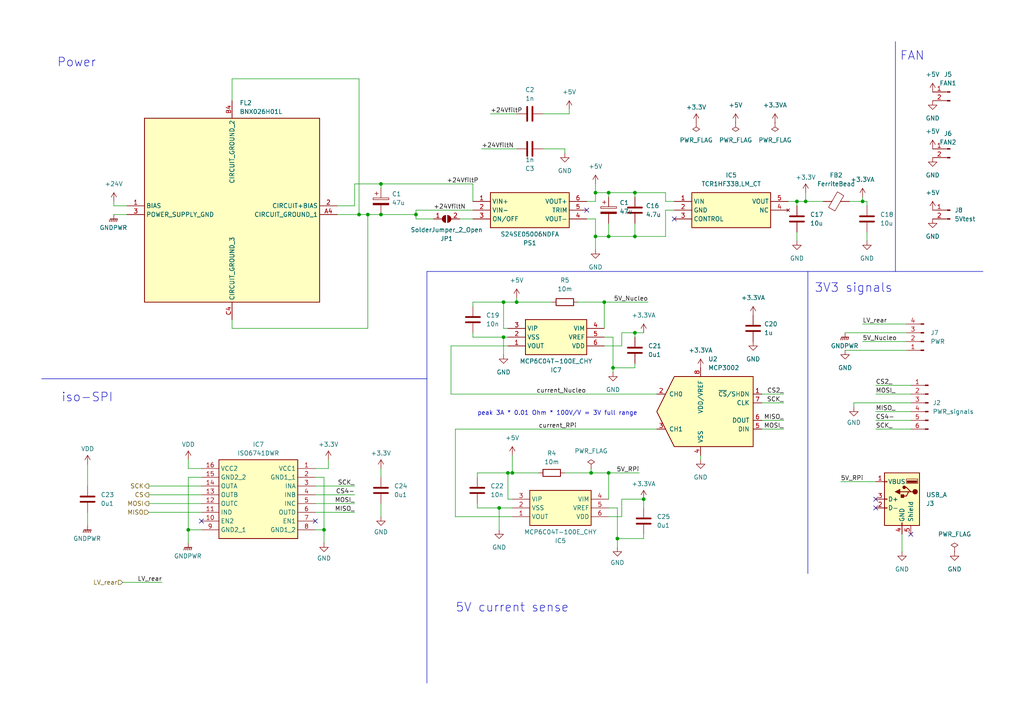
<source format=kicad_sch>
(kicad_sch (version 20230121) (generator eeschema)
  (paper "A4")
  (title_block (title "EP5 rearbox powerboard") (date "2024-03-20") (rev "1") (company "NTURacing") (comment 1 "郭哲明") (comment 2 "Electrical group"))
  (lib_symbols
    (symbol "Analog_ADC:MCP3002" (pin_names (offset 1.016))
      (property "Reference" "U" (at -6.35 11.43 0))
      (property "Value" "MCP3002" (at 11.43 11.43 0))
      (symbol "MCP3002_0_1"
        (polyline (pts (xy 15.24 10.16) (xy -7.62 10.16) (xy -12.7 0) (xy -7.62 -10.16) (xy 15.24 -10.16) (xy 15.24 10.16)) (stroke (width 0.254)) (fill (type background)))
      )
      (symbol "MCP3002_1_1"
        (pin input line (at 17.78 5.08 180) (length 2.54) (name "~{CS}/SHDN") (number "1"))
        (pin passive line (at -12.7 5.08 0) (length 2.54) (name "CH0") (number "2"))
        (pin passive line (at -12.7 -5.08 0) (length 2.54) (name "CH1") (number "3"))
        (pin power_in line (at 0 -12.7 90) (length 2.54) (name "VSS") (number "4"))
        (pin input line (at 17.78 -5.08 180) (length 2.54) (name "DIN") (number "5"))
        (pin output line (at 17.78 -2.54 180) (length 2.54) (name "DOUT") (number "6"))
        (pin input line (at 17.78 2.54 180) (length 2.54) (name "CLK") (number "7"))
        (pin power_in line (at 0 12.7 270) (length 2.54) (name "VDD/VREF") (number "8"))
      )
    )
    (symbol "Connector:Conn_01x02_Pin" (pin_names (offset 1.016) hide)
      (property "Reference" "J" (at 0 2.54 0))
      (property "Value" "Conn_01x02_Pin" (at 0 -5.08 0))
      (symbol "Conn_01x02_Pin_1_1"
        (polyline (pts (xy 1.27 -2.54) (xy 0.8636 -2.54)) (stroke (width 0.1524)))
        (polyline (pts (xy 1.27 0) (xy 0.8636 0)) (stroke (width 0.1524)))
        (rectangle (start 0.8636 -2.413) (end 0 -2.667) (stroke (width 0.1524)) (fill (type outline)))
        (rectangle (start 0.8636 0.127) (end 0 -0.127) (stroke (width 0.1524)) (fill (type outline)))
        (pin passive line (at 5.08 0 180) (length 3.81) (name "Pin_1") (number "1"))
        (pin passive line (at 5.08 -2.54 180) (length 3.81) (name "Pin_2") (number "2"))
      )
    )
    (symbol "Connector:Conn_01x04_Pin" (pin_names (offset 1.016) hide)
      (property "Reference" "J" (at 0 5.08 0))
      (property "Value" "Conn_01x04_Pin" (at 0 -7.62 0))
      (symbol "Conn_01x04_Pin_1_1"
        (polyline (pts (xy 1.27 -5.08) (xy 0.8636 -5.08)) (stroke (width 0.1524)))
        (polyline (pts (xy 1.27 -2.54) (xy 0.8636 -2.54)) (stroke (width 0.1524)))
        (polyline (pts (xy 1.27 0) (xy 0.8636 0)) (stroke (width 0.1524)))
        (polyline (pts (xy 1.27 2.54) (xy 0.8636 2.54)) (stroke (width 0.1524)))
        (rectangle (start 0.8636 -4.953) (end 0 -5.207) (stroke (width 0.1524)) (fill (type outline)))
        (rectangle (start 0.8636 -2.413) (end 0 -2.667) (stroke (width 0.1524)) (fill (type outline)))
        (rectangle (start 0.8636 0.127) (end 0 -0.127) (stroke (width 0.1524)) (fill (type outline)))
        (rectangle (start 0.8636 2.667) (end 0 2.413) (stroke (width 0.1524)) (fill (type outline)))
        (pin passive line (at 5.08 2.54 180) (length 3.81) (name "Pin_1") (number "1"))
        (pin passive line (at 5.08 0 180) (length 3.81) (name "Pin_2") (number "2"))
        (pin passive line (at 5.08 -2.54 180) (length 3.81) (name "Pin_3") (number "3"))
        (pin passive line (at 5.08 -5.08 180) (length 3.81) (name "Pin_4") (number "4"))
      )
    )
    (symbol "Connector:Conn_01x06_Pin" (pin_names (offset 1.016) hide)
      (property "Reference" "J" (at 0 7.62 0))
      (property "Value" "Conn_01x06_Pin" (at 0 -10.16 0))
      (symbol "Conn_01x06_Pin_1_1"
        (polyline (pts (xy 1.27 -7.62) (xy 0.8636 -7.62)) (stroke (width 0.1524)))
        (polyline (pts (xy 1.27 -5.08) (xy 0.8636 -5.08)) (stroke (width 0.1524)))
        (polyline (pts (xy 1.27 -2.54) (xy 0.8636 -2.54)) (stroke (width 0.1524)))
        (polyline (pts (xy 1.27 0) (xy 0.8636 0)) (stroke (width 0.1524)))
        (polyline (pts (xy 1.27 2.54) (xy 0.8636 2.54)) (stroke (width 0.1524)))
        (polyline (pts (xy 1.27 5.08) (xy 0.8636 5.08)) (stroke (width 0.1524)))
        (rectangle (start 0.8636 -7.493) (end 0 -7.747) (stroke (width 0.1524)) (fill (type outline)))
        (rectangle (start 0.8636 -4.953) (end 0 -5.207) (stroke (width 0.1524)) (fill (type outline)))
        (rectangle (start 0.8636 -2.413) (end 0 -2.667) (stroke (width 0.1524)) (fill (type outline)))
        (rectangle (start 0.8636 0.127) (end 0 -0.127) (stroke (width 0.1524)) (fill (type outline)))
        (rectangle (start 0.8636 2.667) (end 0 2.413) (stroke (width 0.1524)) (fill (type outline)))
        (rectangle (start 0.8636 5.207) (end 0 4.953) (stroke (width 0.1524)) (fill (type outline)))
        (pin passive line (at 5.08 5.08 180) (length 3.81) (name "Pin_1") (number "1"))
        (pin passive line (at 5.08 2.54 180) (length 3.81) (name "Pin_2") (number "2"))
        (pin passive line (at 5.08 0 180) (length 3.81) (name "Pin_3") (number "3"))
        (pin passive line (at 5.08 -2.54 180) (length 3.81) (name "Pin_4") (number "4"))
        (pin passive line (at 5.08 -5.08 180) (length 3.81) (name "Pin_5") (number "5"))
        (pin passive line (at 5.08 -7.62 180) (length 3.81) (name "Pin_6") (number "6"))
      )
    )
    (symbol "Connector:USB_A" (pin_names (offset 1.016))
      (property "Reference" "J" (at -5.08 11.43 0))
      (property "Value" "USB_A" (at -5.08 8.89 0))
      (symbol "USB_A_0_1"
        (rectangle (start -5.08 -7.62) (end 5.08 7.62) (stroke (width 0.254)) (fill (type background)))
        (circle (center -3.81 2.159) (radius 0.635) (stroke (width 0.254)) (fill (type outline)))
        (rectangle (start -1.524 4.826) (end -4.318 5.334) (fill (type outline)))
        (rectangle (start -1.27 4.572) (end -4.572 5.842))
        (circle (center -0.635 3.429) (radius 0.381) (stroke (width 0.254)) (fill (type outline)))
        (rectangle (start -0.127 -7.62) (end 0.127 -6.858))
        (polyline (pts (xy -3.175 2.159) (xy -2.54 2.159) (xy -1.27 3.429) (xy -0.635 3.429)) (stroke (width 0.254)))
        (polyline (pts (xy -2.54 2.159) (xy -1.905 2.159) (xy -1.27 0.889) (xy 0 0.889)) (stroke (width 0.254)))
        (polyline (pts (xy 0.635 2.794) (xy 0.635 1.524) (xy 1.905 2.159) (xy 0.635 2.794)) (stroke (width 0.254)) (fill (type outline)))
        (rectangle (start 0.254 1.27) (end -0.508 0.508) (stroke (width 0.254)) (fill (type outline)))
        (rectangle (start 5.08 -2.667) (end 4.318 -2.413))
        (rectangle (start 5.08 -0.127) (end 4.318 0.127))
        (rectangle (start 5.08 4.953) (end 4.318 5.207))
      )
      (symbol "USB_A_1_1"
        (polyline (pts (xy -1.905 2.159) (xy 0.635 2.159)) (stroke (width 0.254)))
        (pin power_in line (at 7.62 5.08 180) (length 2.54) (name "VBUS") (number "1"))
        (pin bidirectional line (at 7.62 -2.54 180) (length 2.54) (name "D-") (number "2"))
        (pin bidirectional line (at 7.62 0 180) (length 2.54) (name "D+") (number "3"))
        (pin power_in line (at 0 -10.16 90) (length 2.54) (name "GND") (number "4"))
        (pin passive line (at -2.54 -10.16 90) (length 2.54) (name "Shield") (number "5"))
      )
    )
    (symbol "Device:C" (pin_numbers hide) (pin_names (offset 0.254))
      (property "Reference" "C" (at 0.635 2.54 0))
      (property "Value" "C" (at 0.635 -2.54 0))
      (symbol "C_0_1"
        (polyline (pts (xy -2.032 -0.762) (xy 2.032 -0.762)) (stroke (width 0.508)))
        (polyline (pts (xy -2.032 0.762) (xy 2.032 0.762)) (stroke (width 0.508)))
      )
      (symbol "C_1_1"
        (pin passive line (at 0 3.81 270) (length 2.794) (name "~") (number "1"))
        (pin passive line (at 0 -3.81 90) (length 2.794) (name "~") (number "2"))
      )
    )
    (symbol "Device:C_Polarized" (pin_numbers hide) (pin_names (offset 0.254))
      (property "Reference" "C" (at 0.635 2.54 0))
      (property "Value" "C_Polarized" (at 0.635 -2.54 0))
      (symbol "C_Polarized_0_1"
        (rectangle (start -2.286 0.508) (end 2.286 1.016))
        (polyline (pts (xy -1.778 2.286) (xy -0.762 2.286)))
        (polyline (pts (xy -1.27 2.794) (xy -1.27 1.778)))
        (rectangle (start 2.286 -0.508) (end -2.286 -1.016) (fill (type outline)))
      )
      (symbol "C_Polarized_1_1"
        (pin passive line (at 0 3.81 270) (length 2.794) (name "~") (number "1"))
        (pin passive line (at 0 -3.81 90) (length 2.794) (name "~") (number "2"))
      )
    )
    (symbol "Device:FerriteBead" (pin_numbers hide) (pin_names (offset 0))
      (property "Reference" "FB" (at -3.81 0.635 90))
      (property "Value" "FerriteBead" (at 3.81 0 90))
      (symbol "FerriteBead_0_1"
        (polyline (pts (xy 0 -1.27) (xy 0 -1.2192)))
        (polyline (pts (xy 0 1.27) (xy 0 1.2954)))
        (polyline (pts (xy -2.7686 0.4064) (xy -1.7018 2.2606) (xy 2.7686 -0.3048) (xy 1.6764 -2.159) (xy -2.7686 0.4064)))
      )
      (symbol "FerriteBead_1_1"
        (pin passive line (at 0 3.81 270) (length 2.54) (name "~") (number "1"))
        (pin passive line (at 0 -3.81 90) (length 2.54) (name "~") (number "2"))
      )
    )
    (symbol "Device:R" (pin_numbers hide) (pin_names (offset 0))
      (property "Reference" "R" (at 2.032 0 90))
      (property "Value" "R" (at 0 0 90))
      (symbol "R_0_1"
        (rectangle (start -1.016 -2.54) (end 1.016 2.54) (stroke (width 0.254)))
      )
      (symbol "R_1_1"
        (pin passive line (at 0 3.81 270) (length 1.27) (name "~") (number "1"))
        (pin passive line (at 0 -3.81 90) (length 1.27) (name "~") (number "2"))
      )
    )
    (symbol "Jumper:SolderJumper_2_Open" (pin_names (offset 0) hide)
      (property "Reference" "JP" (at 0 2.032 0))
      (property "Value" "SolderJumper_2_Open" (at 0 -2.54 0))
      (symbol "SolderJumper_2_Open_0_1"
        (arc (start -0.254 1.016) (mid -1.2656 0) (end -0.254 -1.016))
        (arc (start -0.254 1.016) (mid -1.2656 0) (end -0.254 -1.016) (fill (type outline)))
        (polyline (pts (xy -0.254 1.016) (xy -0.254 -1.016)))
        (polyline (pts (xy 0.254 1.016) (xy 0.254 -1.016)))
        (arc (start 0.254 -1.016) (mid 1.2656 0) (end 0.254 1.016))
        (arc (start 0.254 -1.016) (mid 1.2656 0) (end 0.254 1.016) (fill (type outline)))
      )
      (symbol "SolderJumper_2_Open_1_1"
        (pin passive line (at -3.81 0 0) (length 2.54) (name "A") (number "1"))
        (pin passive line (at 3.81 0 180) (length 2.54) (name "B") (number "2"))
      )
    )
    (symbol "SamacSys_Parts:BNX026H01L"
      (property "Reference" "FL" (at 57.15 30.48 0))
      (property "Value" "BNX026H01L" (at 57.15 27.94 0))
      (symbol "BNX026H01L_1_1"
        (rectangle (start 5.08 25.4) (end 55.88 -27.94) (stroke (width 0.254)) (fill (type background)))
        (pin passive line (at 0 0 0) (length 5.08) (name "BIAS") (number "1"))
        (pin passive line (at 60.96 0 180) (length 5.08) (name "CIRCUIT+BIAS") (number "2"))
        (pin passive line (at 0 -2.54 0) (length 5.08) (name "POWER_SUPPLY_GND") (number "3"))
        (pin passive line (at 60.96 -2.54 180) (length 5.08) (name "CIRCUIT_GROUND_1") (number "A4"))
        (pin passive line (at 30.48 30.48 270) (length 5.08) (name "CIRCUIT_GROUND_2") (number "B4"))
        (pin passive line (at 30.48 -33.02 90) (length 5.08) (name "CIRCUIT_GROUND_3") (number "C4"))
      )
    )
    (symbol "SamacSys_Parts:ISO6741DWR"
      (property "Reference" "IC" (at 29.21 7.62 0))
      (property "Value" "ISO6741DWR" (at 29.21 5.08 0))
      (symbol "ISO6741DWR_1_1"
        (rectangle (start 5.08 2.54) (end 27.94 -20.32) (stroke (width 0.254)) (fill (type background)))
        (pin passive line (at 0 0 0) (length 5.08) (name "VCC1") (number "1"))
        (pin passive line (at 33.02 -15.24 180) (length 5.08) (name "EN2") (number "10"))
        (pin passive line (at 33.02 -12.7 180) (length 5.08) (name "IND") (number "11"))
        (pin passive line (at 33.02 -10.16 180) (length 5.08) (name "OUTC") (number "12"))
        (pin passive line (at 33.02 -7.62 180) (length 5.08) (name "OUTB") (number "13"))
        (pin passive line (at 33.02 -5.08 180) (length 5.08) (name "OUTA") (number "14"))
        (pin passive line (at 33.02 -2.54 180) (length 5.08) (name "GND2_2") (number "15"))
        (pin passive line (at 33.02 0 180) (length 5.08) (name "VCC2") (number "16"))
        (pin passive line (at 0 -2.54 0) (length 5.08) (name "GND1_1") (number "2"))
        (pin passive line (at 0 -5.08 0) (length 5.08) (name "INA") (number "3"))
        (pin passive line (at 0 -7.62 0) (length 5.08) (name "INB") (number "4"))
        (pin passive line (at 0 -10.16 0) (length 5.08) (name "INC") (number "5"))
        (pin passive line (at 0 -12.7 0) (length 5.08) (name "OUTD") (number "6"))
        (pin passive line (at 0 -15.24 0) (length 5.08) (name "EN1") (number "7"))
        (pin passive line (at 0 -17.78 0) (length 5.08) (name "GND1_2") (number "8"))
        (pin passive line (at 33.02 -17.78 180) (length 5.08) (name "GND2_1") (number "9"))
      )
    )
    (symbol "SamacSys_Parts:MCP6C04T-100E_CHY"
      (property "Reference" "IC" (at 24.13 7.62 0))
      (property "Value" "MCP6C04T-100E_CHY" (at 24.13 5.08 0))
      (symbol "MCP6C04T-100E_CHY_1_1"
        (rectangle (start 5.08 2.54) (end 22.86 -7.62) (stroke (width 0.254)) (fill (type background)))
        (pin passive line (at 0 0 0) (length 5.08) (name "VOUT") (number "1"))
        (pin passive line (at 0 -2.54 0) (length 5.08) (name "VSS") (number "2"))
        (pin passive line (at 0 -5.08 0) (length 5.08) (name "VIP") (number "3"))
        (pin passive line (at 27.94 -5.08 180) (length 5.08) (name "VIM") (number "4"))
        (pin passive line (at 27.94 -2.54 180) (length 5.08) (name "VREF") (number "5"))
        (pin passive line (at 27.94 0 180) (length 5.08) (name "VDD") (number "6"))
      )
    )
    (symbol "SamacSys_Parts:S24SE05006NDFA"
      (property "Reference" "PS" (at 29.21 7.62 0))
      (property "Value" "S24SE05006NDFA" (at 29.21 5.08 0))
      (symbol "S24SE05006NDFA_1_1"
        (rectangle (start 5.08 2.54) (end 27.94 -7.62) (stroke (width 0.254)) (fill (type background)))
        (pin passive line (at 0 -5.08 0) (length 5.08) (name "VIN+") (number "1"))
        (pin passive line (at 0 -2.54 0) (length 5.08) (name "VIN-") (number "2"))
        (pin passive line (at 0 0 0) (length 5.08) (name "ON/OFF") (number "3"))
        (pin passive line (at 33.02 0 180) (length 5.08) (name "VOUT-") (number "4"))
        (pin passive line (at 33.02 -2.54 180) (length 5.08) (name "TRIM") (number "5"))
        (pin passive line (at 33.02 -5.08 180) (length 5.08) (name "VOUT+") (number "6"))
      )
    )
    (symbol "SamacSys_Parts:TCR1HF33B,LM_CT"
      (property "Reference" "IC" (at 29.21 7.62 0))
      (property "Value" "TCR1HF33B,LM_CT" (at 29.21 5.08 0))
      (symbol "TCR1HF33B,LM_CT_1_1"
        (rectangle (start 5.08 2.54) (end 27.94 -7.62) (stroke (width 0.254)) (fill (type background)))
        (pin passive line (at 0 0 0) (length 5.08) (name "VIN") (number "1"))
        (pin passive line (at 0 -2.54 0) (length 5.08) (name "GND") (number "2"))
        (pin passive line (at 0 -5.08 0) (length 5.08) (name "CONTROL") (number "3"))
        (pin no_connect line (at 33.02 -2.54 180) (length 5.08) (name "NC") (number "4"))
        (pin passive line (at 33.02 0 180) (length 5.08) (name "VOUT") (number "5"))
      )
    )
    (symbol "power:+24V" (power) (pin_names (offset 0))
      (property "Value" "+24V" (at 0 3.556 0))
      (symbol "+24V_0_1"
        (polyline (pts (xy -0.762 1.27) (xy 0 2.54)))
        (polyline (pts (xy 0 0) (xy 0 2.54)))
        (polyline (pts (xy 0 2.54) (xy 0.762 1.27)))
      )
      (symbol "+24V_1_1"
        (pin power_in line (at 0 0 90) (length 0) hide (name "+24V") (number "1"))
      )
    )
    (symbol "power:+3.3V" (power) (pin_names (offset 0))
      (property "Value" "+3.3V" (at 0 3.556 0))
      (symbol "+3.3V_0_1"
        (polyline (pts (xy -0.762 1.27) (xy 0 2.54)))
        (polyline (pts (xy 0 0) (xy 0 2.54)))
        (polyline (pts (xy 0 2.54) (xy 0.762 1.27)))
      )
      (symbol "+3.3V_1_1"
        (pin power_in line (at 0 0 90) (length 0) hide (name "+3.3V") (number "1"))
      )
    )
    (symbol "power:+3.3VA" (power) (pin_names (offset 0))
      (property "Value" "+3.3VA" (at 0 3.556 0))
      (symbol "+3.3VA_0_1"
        (polyline (pts (xy -0.762 1.27) (xy 0 2.54)))
        (polyline (pts (xy 0 0) (xy 0 2.54)))
        (polyline (pts (xy 0 2.54) (xy 0.762 1.27)))
      )
      (symbol "+3.3VA_1_1"
        (pin power_in line (at 0 0 90) (length 0) hide (name "+3.3VA") (number "1"))
      )
    )
    (symbol "power:+5V" (power) (pin_names (offset 0))
      (property "Value" "+5V" (at 0 3.556 0))
      (symbol "+5V_0_1"
        (polyline (pts (xy -0.762 1.27) (xy 0 2.54)))
        (polyline (pts (xy 0 0) (xy 0 2.54)))
        (polyline (pts (xy 0 2.54) (xy 0.762 1.27)))
      )
      (symbol "+5V_1_1"
        (pin power_in line (at 0 0 90) (length 0) hide (name "+5V") (number "1"))
      )
    )
    (symbol "power:GND" (power) (pin_names (offset 0))
      (property "Value" "GND" (at 0 -3.81 0))
      (symbol "GND_0_1"
        (polyline (pts (xy 0 0) (xy 0 -1.27) (xy 1.27 -1.27) (xy 0 -2.54) (xy -1.27 -1.27) (xy 0 -1.27)))
      )
      (symbol "GND_1_1"
        (pin power_in line (at 0 0 270) (length 0) hide (name "GND") (number "1"))
      )
    )
    (symbol "power:GNDPWR" (power) (pin_names (offset 0))
      (property "Value" "GNDPWR" (at 0 -3.302 0))
      (symbol "GNDPWR_0_1"
        (polyline (pts (xy 0 -1.27) (xy 0 0)))
        (polyline (pts (xy -1.016 -1.27) (xy -1.27 -2.032) (xy -1.27 -2.032)) (stroke (width 0.2032)))
        (polyline (pts (xy -0.508 -1.27) (xy -0.762 -2.032) (xy -0.762 -2.032)) (stroke (width 0.2032)))
        (polyline (pts (xy 0 -1.27) (xy -0.254 -2.032) (xy -0.254 -2.032)) (stroke (width 0.2032)))
        (polyline (pts (xy 0.508 -1.27) (xy 0.254 -2.032) (xy 0.254 -2.032)) (stroke (width 0.2032)))
        (polyline (pts (xy 1.016 -1.27) (xy -1.016 -1.27) (xy -1.016 -1.27)) (stroke (width 0.2032)))
        (polyline (pts (xy 1.016 -1.27) (xy 0.762 -2.032) (xy 0.762 -2.032) (xy 0.762 -2.032)) (stroke (width 0.2032)))
      )
      (symbol "GNDPWR_1_1"
        (pin power_in line (at 0 0 270) (length 0) hide (name "GNDPWR") (number "1"))
      )
    )
    (symbol "power:PWR_FLAG" (power) (pin_numbers hide) (pin_names (offset 0) hide)
      (property "Value" "PWR_FLAG" (at 0 3.81 0))
      (symbol "PWR_FLAG_0_0"
        (pin power_out line (at 0 0 90) (length 0) (name "pwr") (number "1"))
      )
      (symbol "PWR_FLAG_0_1"
        (polyline (pts (xy 0 0) (xy 0 1.27) (xy -1.016 1.905) (xy 0 2.54) (xy 1.016 1.905) (xy 0 1.27)))
      )
    )
    (symbol "power:VDD" (power) (pin_names (offset 0))
      (property "Value" "VDD" (at 0 3.81 0))
      (symbol "VDD_0_1"
        (polyline (pts (xy -0.762 1.27) (xy 0 2.54)))
        (polyline (pts (xy 0 0) (xy 0 2.54)))
        (polyline (pts (xy 0 2.54) (xy 0.762 1.27)))
      )
      (symbol "VDD_1_1"
        (pin power_in line (at 0 0 90) (length 0) hide (name "VDD") (number "1"))
      )
    )
  )
  (junction (at 104.14 62.23))
  (junction (at 176.53 68.58))
  (junction (at 233.68 58.42))
  (junction (at 146.05 97.79))
  (junction (at 147.32 137.16))
  (junction (at 110.49 53.34))
  (junction (at 172.72 55.88))
  (junction (at 148.59 137.16))
  (junction (at 175.26 87.63))
  (junction (at 149.86 87.63))
  (junction (at 184.15 55.88))
  (junction (at 172.72 68.58))
  (junction (at 146.05 87.63))
  (junction (at 120.65 62.23))
  (junction (at 93.98 153.67))
  (junction (at 176.53 137.16))
  (junction (at 184.15 96.52))
  (junction (at 54.61 153.67))
  (junction (at 250.19 58.42))
  (junction (at 176.53 55.88))
  (junction (at 110.49 62.23))
  (junction (at 179.07 156.21))
  (junction (at 186.69 144.78))
  (junction (at 231.14 58.42))
  (junction (at 144.78 147.32))
  (junction (at 177.8 106.68))
  (junction (at 184.15 68.58))
  (junction (at 106.68 62.23))
  (junction (at 171.45 137.16))
  (no_connect (at 254 144.78))
  (no_connect (at 170.18 60.96))
  (no_connect (at 254 147.32))
  (no_connect (at 195.58 63.5))
  (no_connect (at 91.44 151.13))
  (no_connect (at 58.42 151.13))
  (no_connect (at 264.16 154.94))
  (wire (pts (xy 233.68 55.88) (xy 233.68 58.42)))
  (wire (pts (xy 54.61 135.89) (xy 58.42 135.89)))
  (wire (pts (xy 177.8 97.79) (xy 177.8 106.68)))
  (wire (pts (xy 231.14 67.31) (xy 231.14 69.85)))
  (wire (pts (xy 54.61 138.43) (xy 54.61 153.67)))
  (wire (pts (xy 110.49 135.89) (xy 110.49 138.43)))
  (wire (pts (xy 91.44 135.89) (xy 95.25 135.89)))
  (wire (pts (xy 147.32 97.79) (xy 146.05 97.79)))
  (wire (pts (xy 149.86 86.36) (xy 149.86 87.63)))
  (wire (pts (xy 67.31 95.25) (xy 106.68 95.25)))
  (wire (pts (xy 137.16 97.79) (xy 137.16 96.52)))
  (wire (pts (xy 172.72 58.42) (xy 172.72 55.88)))
  (wire (pts (xy 43.18 140.97) (xy 58.42 140.97)))
  (wire (pts (xy 43.18 143.51) (xy 58.42 143.51)))
  (wire (pts (xy 176.53 147.32) (xy 179.07 147.32)))
  (wire (pts (xy 250.19 99.06) (xy 262.89 99.06)))
  (wire (pts (xy 180.34 96.52) (xy 184.15 96.52)))
  (wire (pts (xy 179.07 147.32) (xy 179.07 156.21)))
  (wire (pts (xy 171.45 137.16) (xy 163.83 137.16)))
  (wire (pts (xy 102.87 53.34) (xy 110.49 53.34)))
  (wire (pts (xy 137.16 87.63) (xy 137.16 88.9)))
  (wire (pts (xy 67.31 95.25) (xy 67.31 92.71)))
  (wire (pts (xy 137.16 97.79) (xy 146.05 97.79)))
  (wire (pts (xy 104.14 62.23) (xy 106.68 62.23)))
  (wire (pts (xy 180.34 100.33) (xy 180.34 96.52)))
  (wire (pts (xy 176.53 149.86) (xy 180.34 149.86)))
  (wire (pts (xy 58.42 138.43) (xy 54.61 138.43)))
  (polyline (pts (xy 123.825 109.855) (xy 123.825 198.12)))
  (wire (pts (xy 120.65 60.96) (xy 137.16 60.96)))
  (wire (pts (xy 254 121.92) (xy 264.16 121.92)))
  (wire (pts (xy 193.04 58.42) (xy 195.58 58.42)))
  (wire (pts (xy 175.26 87.63) (xy 187.96 87.63)))
  (wire (pts (xy 54.61 153.67) (xy 54.61 157.48)))
  (wire (pts (xy 43.18 146.05) (xy 58.42 146.05)))
  (wire (pts (xy 146.05 87.63) (xy 146.05 95.25)))
  (wire (pts (xy 67.31 22.86) (xy 67.31 29.21)))
  (wire (pts (xy 67.31 22.86) (xy 104.14 22.86)))
  (wire (pts (xy 137.16 53.34) (xy 110.49 53.34)))
  (polyline (pts (xy 234.315 78.74) (xy 234.315 166.37)))
  (wire (pts (xy 91.44 146.05) (xy 102.87 146.05)))
  (wire (pts (xy 251.46 67.31) (xy 251.46 69.85)))
  (wire (pts (xy 33.02 62.23) (xy 36.83 62.23)))
  (wire (pts (xy 175.26 100.33) (xy 180.34 100.33)))
  (wire (pts (xy 247.65 116.84) (xy 247.65 118.11)))
  (wire (pts (xy 91.44 140.97) (xy 102.87 140.97)))
  (wire (pts (xy 147.32 137.16) (xy 147.32 144.78)))
  (wire (pts (xy 220.98 124.46) (xy 227.33 124.46)))
  (polyline (pts (xy 123.825 109.855) (xy 123.825 78.74)))
  (wire (pts (xy 102.87 59.69) (xy 102.87 53.34)))
  (wire (pts (xy 97.79 59.69) (xy 102.87 59.69)))
  (wire (pts (xy 110.49 146.05) (xy 110.49 149.86)))
  (wire (pts (xy 254 114.3) (xy 264.16 114.3)))
  (wire (pts (xy 110.49 53.34) (xy 110.49 54.61)))
  (wire (pts (xy 228.6 58.42) (xy 231.14 58.42)))
  (wire (pts (xy 146.05 95.25) (xy 147.32 95.25)))
  (wire (pts (xy 179.07 156.21) (xy 186.69 156.21)))
  (wire (pts (xy 139.7 43.18) (xy 149.86 43.18)))
  (wire (pts (xy 132.08 124.46) (xy 132.08 149.86)))
  (wire (pts (xy 106.68 62.23) (xy 110.49 62.23)))
  (wire (pts (xy 254 111.76) (xy 264.16 111.76)))
  (wire (pts (xy 132.08 149.86) (xy 148.59 149.86)))
  (wire (pts (xy 264.16 116.84) (xy 247.65 116.84)))
  (wire (pts (xy 125.73 63.5) (xy 120.65 63.5)))
  (wire (pts (xy 176.53 137.16) (xy 176.53 144.78)))
  (wire (pts (xy 251.46 58.42) (xy 251.46 59.69)))
  (wire (pts (xy 33.02 59.69) (xy 33.02 58.42)))
  (wire (pts (xy 130.81 114.3) (xy 130.81 100.33)))
  (wire (pts (xy 250.19 57.15) (xy 250.19 58.42)))
  (wire (pts (xy 179.07 156.21) (xy 179.07 158.75)))
  (wire (pts (xy 254 119.38) (xy 264.16 119.38)))
  (wire (pts (xy 142.24 33.02) (xy 149.86 33.02)))
  (wire (pts (xy 220.98 121.92) (xy 227.33 121.92)))
  (wire (pts (xy 184.15 105.41) (xy 184.15 106.68)))
  (wire (pts (xy 160.02 87.63) (xy 149.86 87.63)))
  (wire (pts (xy 184.15 57.15) (xy 184.15 55.88)))
  (wire (pts (xy 110.49 62.23) (xy 120.65 62.23)))
  (wire (pts (xy 220.98 116.84) (xy 227.33 116.84)))
  (wire (pts (xy 193.04 60.96) (xy 193.04 68.58)))
  (wire (pts (xy 245.11 101.6) (xy 262.89 101.6)))
  (wire (pts (xy 171.45 137.16) (xy 176.53 137.16)))
  (wire (pts (xy 146.05 87.63) (xy 137.16 87.63)))
  (wire (pts (xy 138.43 146.05) (xy 138.43 147.32)))
  (wire (pts (xy 262.89 93.98) (xy 250.19 93.98)))
  (wire (pts (xy 91.44 148.59) (xy 102.87 148.59)))
  (wire (pts (xy 163.83 44.45) (xy 163.83 43.18)))
  (wire (pts (xy 184.15 96.52) (xy 184.15 97.79)))
  (wire (pts (xy 148.59 137.16) (xy 147.32 137.16)))
  (polyline (pts (xy 123.825 78.74) (xy 285.115 78.74)))
  (wire (pts (xy 133.35 63.5) (xy 137.16 63.5)))
  (wire (pts (xy 261.62 154.94) (xy 261.62 160.02)))
  (wire (pts (xy 171.45 135.89) (xy 171.45 137.16)))
  (wire (pts (xy 180.34 149.86) (xy 180.34 144.78)))
  (wire (pts (xy 176.53 64.77) (xy 176.53 68.58)))
  (wire (pts (xy 91.44 143.51) (xy 102.87 143.51)))
  (wire (pts (xy 251.46 58.42) (xy 250.19 58.42)))
  (wire (pts (xy 231.14 58.42) (xy 231.14 59.69)))
  (wire (pts (xy 195.58 60.96) (xy 193.04 60.96)))
  (wire (pts (xy 175.26 87.63) (xy 167.64 87.63)))
  (wire (pts (xy 245.11 96.52) (xy 262.89 96.52)))
  (polyline (pts (xy 259.715 12.065) (xy 259.715 78.74)))
  (wire (pts (xy 220.98 114.3) (xy 227.33 114.3)))
  (wire (pts (xy 165.1 31.75) (xy 165.1 33.02)))
  (wire (pts (xy 186.69 156.21) (xy 186.69 154.94)))
  (wire (pts (xy 177.8 106.68) (xy 184.15 106.68)))
  (wire (pts (xy 177.8 107.95) (xy 177.8 106.68)))
  (wire (pts (xy 137.16 58.42) (xy 137.16 53.34)))
  (wire (pts (xy 106.68 95.25) (xy 106.68 62.23)))
  (wire (pts (xy 172.72 55.88) (xy 176.53 55.88)))
  (wire (pts (xy 243.84 139.7) (xy 254 139.7)))
  (wire (pts (xy 91.44 153.67) (xy 93.98 153.67)))
  (wire (pts (xy 254 124.46) (xy 264.16 124.46)))
  (wire (pts (xy 93.98 153.67) (xy 93.98 157.48)))
  (wire (pts (xy 146.05 97.79) (xy 146.05 102.87)))
  (wire (pts (xy 95.25 135.89) (xy 95.25 133.35)))
  (wire (pts (xy 120.65 63.5) (xy 120.65 62.23)))
  (wire (pts (xy 144.78 147.32) (xy 148.59 147.32)))
  (wire (pts (xy 148.59 137.16) (xy 156.21 137.16)))
  (wire (pts (xy 186.69 144.78) (xy 186.69 147.32)))
  (wire (pts (xy 172.72 68.58) (xy 176.53 68.58)))
  (wire (pts (xy 25.4 134.62) (xy 25.4 140.97)))
  (wire (pts (xy 144.78 147.32) (xy 144.78 153.67)))
  (wire (pts (xy 180.34 144.78) (xy 186.69 144.78)))
  (wire (pts (xy 175.26 97.79) (xy 177.8 97.79)))
  (wire (pts (xy 176.53 55.88) (xy 176.53 57.15)))
  (wire (pts (xy 147.32 144.78) (xy 148.59 144.78)))
  (wire (pts (xy 184.15 96.52) (xy 186.69 96.52)))
  (wire (pts (xy 203.2 133.35) (xy 203.2 132.08)))
  (wire (pts (xy 93.98 138.43) (xy 93.98 153.67)))
  (wire (pts (xy 97.79 62.23) (xy 104.14 62.23)))
  (wire (pts (xy 35.56 168.91) (xy 46.99 168.91)))
  (wire (pts (xy 170.18 58.42) (xy 172.72 58.42)))
  (wire (pts (xy 157.48 33.02) (xy 165.1 33.02)))
  (wire (pts (xy 175.26 87.63) (xy 175.26 95.25)))
  (wire (pts (xy 43.18 148.59) (xy 58.42 148.59)))
  (wire (pts (xy 146.05 87.63) (xy 149.86 87.63)))
  (polyline (pts (xy 12.065 109.855) (xy 123.825 109.855)))
  (wire (pts (xy 176.53 137.16) (xy 185.42 137.16)))
  (wire (pts (xy 184.15 64.77) (xy 184.15 68.58)))
  (wire (pts (xy 91.44 138.43) (xy 93.98 138.43)))
  (wire (pts (xy 193.04 55.88) (xy 193.04 58.42)))
  (wire (pts (xy 233.68 58.42) (xy 238.76 58.42)))
  (wire (pts (xy 163.83 43.18) (xy 157.48 43.18)))
  (wire (pts (xy 138.43 137.16) (xy 147.32 137.16)))
  (wire (pts (xy 172.72 68.58) (xy 172.72 72.39)))
  (wire (pts (xy 138.43 138.43) (xy 138.43 137.16)))
  (wire (pts (xy 148.59 132.08) (xy 148.59 137.16)))
  (wire (pts (xy 120.65 60.96) (xy 120.65 62.23)))
  (wire (pts (xy 172.72 55.88) (xy 172.72 53.34)))
  (wire (pts (xy 25.4 148.59) (xy 25.4 152.4)))
  (wire (pts (xy 184.15 55.88) (xy 193.04 55.88)))
  (wire (pts (xy 176.53 68.58) (xy 184.15 68.58)))
  (wire (pts (xy 130.81 114.3) (xy 190.5 114.3)))
  (wire (pts (xy 132.08 124.46) (xy 190.5 124.46)))
  (wire (pts (xy 33.02 59.69) (xy 36.83 59.69)))
  (wire (pts (xy 176.53 55.88) (xy 184.15 55.88)))
  (wire (pts (xy 231.14 58.42) (xy 233.68 58.42)))
  (wire (pts (xy 130.81 100.33) (xy 147.32 100.33)))
  (wire (pts (xy 58.42 153.67) (xy 54.61 153.67)))
  (wire (pts (xy 138.43 147.32) (xy 144.78 147.32)))
  (wire (pts (xy 104.14 22.86) (xy 104.14 62.23)))
  (wire (pts (xy 54.61 133.35) (xy 54.61 135.89)))
  (wire (pts (xy 172.72 63.5) (xy 172.72 68.58)))
  (wire (pts (xy 170.18 63.5) (xy 172.72 63.5)))
  (wire (pts (xy 184.15 68.58) (xy 193.04 68.58)))
  (wire (pts (xy 246.38 58.42) (xy 250.19 58.42)))
  (text "3V3 signals" (at 236.22 85.09 0) (effects (font (size 2.54 2.54)) (justify left bottom)))
  (text "FAN" (at 260.985 17.78 0) (effects (font (size 2.54 2.54)) (justify left bottom)))
  (text "iso-SPI" (at 17.78 116.84 0) (effects (font (size 2.54 2.54)) (justify left bottom)))
  (text "Power" (at 16.51 19.685 0) (effects (font (size 2.54 2.54)) (justify left bottom)))
  (text "peak 3A * 0.01 Ohm * 100V/V = 3V full range" (at 138.43 120.65 0) (effects (font (size 1.27 1.27)) (justify left bottom)))
  (text "5V current sense" (at 132.08 177.8 0) (effects (font (size 2.54 2.54)) (justify left bottom)))
  (label "MISO_" (at 254 119.38 0))
  (label "MOSI_" (at 102.87 146.05 180))
  (label "MISO_" (at 227.33 121.92 180))
  (label "SCK_" (at 102.87 140.97 180))
  (label "CS2_" (at 227.33 114.3 180))
  (label "5V_RPi" (at 243.84 139.7 0))
  (label "CS4-" (at 102.87 143.51 180))
  (label "5V_RPi" (at 185.42 137.16 180))
  (label "+24VfiltN" (at 139.7 43.18 0))
  (label "+24VfiltP" (at 129.54 53.34 0))
  (label "5V_Nucleo" (at 187.96 87.63 180))
  (label "+24VfiltN" (at 125.73 60.96 0))
  (label "MOSI_" (at 254 114.3 0))
  (label "CS2_" (at 254 111.76 0))
  (label "MOSI_" (at 227.33 124.46 180))
  (label "SCK_" (at 227.33 116.84 180))
  (label "CS4-" (at 254 121.92 0))
  (label "LV_rear" (at 46.99 168.91 180))
  (label "current_Nucleo" (at 155.575 114.3 0))
  (label "+24VfiltP" (at 142.24 33.02 0))
  (label "MISO_" (at 102.87 148.59 180))
  (label "LV_rear" (at 250.19 93.98 0))
  (label "SCK_" (at 254 124.46 0))
  (label "5V_Nucleo" (at 250.19 99.06 0))
  (label "current_RPi" (at 156.21 124.46 0))
  (hierarchical_label "SCK" (shape output) (at 43.18 140.97 180))
  (hierarchical_label "MOSI" (shape output) (at 43.18 146.05 180))
  (hierarchical_label "CS" (shape output) (at 43.18 143.51 180))
  (hierarchical_label "MISO" (shape input) (at 43.18 148.59 180))
  (hierarchical_label "LV_rear" (shape input) (at 35.56 168.91 180))
  (symbol (lib_id "power:+5V") (at 149.86 86.36 0) (unit 1)
    (property "Reference" "#PWR08" (effects hide))
    (property "Value" "+5V" (at 149.86 81.28 0))
    (instances (project "power board" (path "" (reference "#PWR08") (unit 1)) (path "" (reference "#PWR053") (unit 1))))
  )
  (symbol (lib_id "power:GND") (at 261.62 160.02 0) (unit 1)
    (property "Reference" "#PWR09" (effects hide))
    (property "Value" "GND" (at 261.62 165.1 0))
    (instances (project "power board" (path "" (reference "#PWR09") (unit 1)) (path "" (reference "#PWR076") (unit 1))))
  )
  (symbol (lib_id "power:+5V") (at 165.1 31.75 0) (unit 1)
    (property "Reference" "#PWR018" (effects hide))
    (property "Value" "+5V" (at 165.1 26.67 0))
    (instances (project "power board" (path "" (reference "#PWR018") (unit 1)) (path "" (reference "#PWR040") (unit 1))))
  )
  (symbol (lib_id "power:+5V") (at 213.36 35.56 0) (unit 1)
    (property "Reference" "#PWR08" (effects hide))
    (property "Value" "+5V" (at 213.36 30.48 0))
    (instances (project "power board" (path "" (reference "#PWR08") (unit 1)) (path "" (reference "#PWR077") (unit 1))))
  )
  (symbol (lib_id "Device:C") (at 153.67 43.18 90) (unit 1)
    (property "Reference" "C3" (at 153.67 48.895 90))
    (property "Value" "1n" (at 153.67 46.355 90))
    (property "Footprint" "Capacitor_THT:C_Disc_D7.0mm_W2.5mm_P5.00mm" (effects hide))
    (instances (project "power board" (path "" (reference "C3") (unit 1)) (path "" (reference "C13") (unit 1))))
  )
  (symbol (lib_id "Connector:Conn_01x02_Pin") (at 275.59 26.67 0) (mirror y) (unit 1)
    (property "Reference" "J5" (at 274.955 21.59 0))
    (property "Value" "FAN1" (at 274.955 24.13 0))
    (property "Footprint" "Connector_JST:JST_XH_B2B-XH-A_1x02_P2.50mm_Vertical" (effects hide))
  )
  (symbol (lib_id "Device:R") (at 160.02 137.16 270) (mirror x) (unit 1)
    (property "Reference" "R4" (at 160.02 131.445 90))
    (property "Value" "10m" (at 160.02 133.985 90))
    (property "Footprint" "Resistor_SMD:R_0805_2012Metric" (effects hide))
    (instances (project "power board" (path "" (reference "R4") (unit 1)) (path "" (reference "R7") (unit 1))))
  )
  (symbol (lib_id "Device:C_Polarized") (at 176.53 60.96 0) (unit 1)
    (property "Reference" "C1" (at 179.705 58.801 0) (effects (justify left)))
    (property "Value" "47u" (at 179.705 61.341 0) (effects (justify left)))
    (property "Footprint" "Capacitor_THT:CP_Radial_D8.0mm_P3.50mm" (effects hide))
    (instances (project "power board" (path "" (reference "C1") (unit 1)) (path "" (reference "C15") (unit 1))))
  )
  (symbol (lib_id "Analog_ADC:MCP3002") (at 203.2 119.38 0) (unit 1)
    (property "Reference" "U2" (at 205.3941 104.14 0) (effects (justify left)))
    (property "Value" "MCP3002" (at 205.3941 106.68 0) (effects (justify left)))
    (property "Footprint" "Package_SO:SOIC-8_3.9x4.9mm_P1.27mm" (effects hide))
    (property "Datasheet" "http://ww1.microchip.com/downloads/en/DeviceDoc/21294E.pdf" (effects hide))
  )
  (symbol (lib_id "power:+24V") (at 33.02 58.42 0) (unit 1)
    (property "Reference" "#PWR013" (effects hide))
    (property "Value" "+24V" (at 33.02 53.34 0))
    (instances (project "power board" (path "" (reference "#PWR013") (unit 1)) (path "" (reference "#PWR045") (unit 1))))
  )
  (symbol (lib_id "Device:C") (at 25.4 144.78 0) (unit 1)
    (property "Reference" "C23" (at 29.21 143.51 0) (effects (justify left)))
    (property "Value" "0u1" (at 29.21 146.05 0) (effects (justify left)))
    (property "Footprint" "Capacitor_SMD:C_0805_2012Metric" (effects hide))
  )
  (symbol (lib_id "Connector:Conn_01x02_Pin") (at 275.59 60.96 0) (mirror y) (unit 1)
    (property "Reference" "J8" (at 276.86 60.96 0) (effects (justify right)))
    (property "Value" "5Vtest" (at 276.86 63.5 0) (effects (justify right)))
    (property "Footprint" "Connector_PinHeader_2.54mm:PinHeader_1x02_P2.54mm_Vertical" (effects hide))
  )
  (symbol (lib_id "power:GND") (at 251.46 69.85 0) (unit 1)
    (property "Reference" "#PWR07" (effects hide))
    (property "Value" "GND" (at 251.46 74.93 0))
    (instances (project "power board" (path "" (reference "#PWR07") (unit 1)) (path "" (reference "#PWR052") (unit 1))))
  )
  (symbol (lib_id "Device:FerriteBead") (at 242.57 58.42 90) (unit 1)
    (property "Reference" "FB1" (at 242.5192 50.8 90))
    (property "Value" "FerriteBead" (at 242.5192 53.34 90))
    (property "Footprint" "Inductor_SMD:L_0805_2012Metric" (effects hide))
    (instances (project "power board" (path "" (reference "FB2") (unit 1))))
  )
  (symbol (lib_id "power:GND") (at 110.49 149.86 0) (unit 1)
    (property "Reference" "#PWR070" (effects hide))
    (property "Value" "GND" (at 110.49 154.305 0))
  )
  (symbol (lib_id "Device:C") (at 186.69 151.13 0) (unit 1)
    (property "Reference" "C25" (at 190.5 149.86 0) (effects (justify left)))
    (property "Value" "0u1" (at 190.5 152.4 0) (effects (justify left)))
    (property "Footprint" "Capacitor_SMD:C_0805_2012Metric" (effects hide))
  )
  (symbol (lib_id "power:PWR_FLAG") (at 201.93 35.56 0) (mirror x) (unit 1)
    (property "Reference" "#FLG07" (effects hide))
    (property "Value" "PWR_FLAG" (at 201.93 40.64 0))
  )
  (symbol (lib_id "power:GND") (at 144.78 153.67 0) (mirror y) (unit 1)
    (property "Reference" "#PWR039" (effects hide))
    (property "Value" "GND" (at 144.78 158.75 0))
    (instances (project "power board" (path "" (reference "#PWR039") (unit 1)) (path "" (reference "#PWR072") (unit 1))))
  )
  (symbol (lib_id "power:+3.3VA") (at 203.2 106.68 0) (unit 1)
    (property "Reference" "#PWR061" (effects hide))
    (property "Value" "+3.3VA" (at 203.2 101.6 0))
  )
  (symbol (lib_id "SamacSys_Parts:BNX026H01L") (at 36.83 59.69 0) (unit 1)
    (property "Reference" "FL2" (at 69.5041 29.845 0) (effects (justify left)))
    (property "Value" "BNX026H01L" (at 69.5041 32.385 0) (effects (justify left)))
    (property "Footprint" "SamacSys_Parts:BNX024H01K" (effects hide))
    (property "Datasheet" "https://www.murata.com/en-us/products/productdetail?partno=BNX026H01%23" (effects hide))
    (property "Height" "3.7" (effects hide))
    (property "Mouser Part Number" "81-BNX026H01L" (effects hide))
    (property "Mouser Price/Stock" "https://www.mouser.co.uk/ProductDetail/Murata-Electronics/BNX026H01L?qs=zU3EaVYbc3y78A%2FfsSIPhQ%3D%3D" (effects hide))
    (property "Manufacturer_Name" "Murata Electronics" (effects hide))
    (property "Manufacturer_Part_Number" "BNX026H01L" (effects hide))
  )
  (symbol (lib_id "power:GND") (at 276.86 160.02 0) (unit 1)
    (property "Reference" "#PWR09" (effects hide))
    (property "Value" "GND" (at 276.86 165.1 0))
    (instances (project "power board" (path "" (reference "#PWR09") (unit 1)) (path "" (reference "#PWR039") (unit 1))))
  )
  (symbol (lib_id "power:+5V") (at 148.59 132.08 0) (unit 1)
    (property "Reference" "#PWR08" (effects hide))
    (property "Value" "+5V" (at 148.59 127 0))
    (instances (project "power board" (path "" (reference "#PWR08") (unit 1)) (path "" (reference "#PWR067") (unit 1))))
  )
  (symbol (lib_id "power:PWR_FLAG") (at 224.79 35.56 180) (unit 1)
    (property "Reference" "#FLG04" (effects hide))
    (property "Value" "PWR_FLAG" (at 224.79 40.64 0))
  )
  (symbol (lib_id "power:GND") (at 270.51 29.21 0) (unit 1)
    (property "Reference" "#PWR017" (effects hide))
    (property "Value" "GND" (at 270.51 34.29 0))
    (instances (project "power board" (path "" (reference "#PWR017") (unit 1)) (path "" (reference "#PWR048") (unit 1))))
  )
  (symbol (lib_id "power:GND") (at 172.72 72.39 0) (unit 1)
    (property "Reference" "#PWR07" (effects hide))
    (property "Value" "GND" (at 172.72 77.47 0))
    (instances (project "power board" (path "" (reference "#PWR07") (unit 1)) (path "" (reference "#PWR050") (unit 1))))
  )
  (symbol (lib_id "power:GND") (at 179.07 158.75 0) (mirror y) (unit 1)
    (property "Reference" "#PWR040" (effects hide))
    (property "Value" "GND" (at 179.07 163.195 0))
    (instances (project "power board" (path "" (reference "#PWR040") (unit 1)) (path "" (reference "#PWR075") (unit 1))))
  )
  (symbol (lib_id "power:GND") (at 163.83 44.45 0) (unit 1)
    (property "Reference" "#PWR017" (effects hide))
    (property "Value" "GND" (at 163.83 49.53 0))
    (instances (project "power board" (path "" (reference "#PWR017") (unit 1)) (path "" (reference "#PWR042") (unit 1))))
  )
  (symbol (lib_id "power:+3.3VA") (at 224.79 35.56 0) (unit 1)
    (property "Reference" "#PWR079" (effects hide))
    (property "Value" "+3.3VA" (at 224.79 30.48 0))
  )
  (symbol (lib_id "power:+3.3V") (at 201.93 35.56 0) (unit 1)
    (property "Reference" "#PWR043" (effects hide))
    (property "Value" "+3.3V" (at 201.93 31.115 0))
  )
  (symbol (lib_id "power:PWR_FLAG") (at 213.36 35.56 0) (mirror x) (unit 1)
    (property "Reference" "#FLG08" (effects hide))
    (property "Value" "PWR_FLAG" (at 213.36 40.64 0))
  )
  (symbol (lib_id "Device:R") (at 163.83 87.63 270) (mirror x) (unit 1)
    (property "Reference" "R5" (at 163.83 81.28 90))
    (property "Value" "10m" (at 163.83 83.82 90))
    (property "Footprint" "Resistor_SMD:R_0805_2012Metric" (effects hide))
    (instances (project "power board" (path "" (reference "R5") (unit 1)) (path "" (reference "R6") (unit 1))))
  )
  (symbol (lib_id "power:GND") (at 177.8 107.95 0) (mirror y) (unit 1)
    (property "Reference" "#PWR043" (effects hide))
    (property "Value" "GND" (at 177.8 113.03 0))
    (instances (project "power board" (path "" (reference "#PWR043") (unit 1)) (path "" (reference "#PWR060") (unit 1))))
  )
  (symbol (lib_id "power:VDD") (at 54.61 133.35 0) (unit 1)
    (property "Reference" "#PWR025" (effects hide))
    (property "Value" "VDD" (at 54.61 128.905 0))
    (instances (project "power board" (path "" (reference "#PWR025") (unit 1)) (path "" (reference "#PWR065") (unit 1))))
  )
  (symbol (lib_id "SamacSys_Parts:ISO6741DWR") (at 91.44 135.89 0) (mirror y) (unit 1)
    (property "Reference" "IC7" (at 74.93 128.905 0))
    (property "Value" "ISO6741DWR" (at 74.93 131.445 0))
    (property "Footprint" "SamacSys_Parts:SOIC127P1030X265-16N" (effects hide))
    (property "Datasheet" "https://www.ti.com/lit/ds/symlink/iso6741.pdf?ts=1612957387403&ref_url=https%253A%252F%252Fwww.mouser.co.uk%252F" (effects hide))
    (property "Height" "2.65" (effects hide))
    (property "Mouser Part Number" "595-ISO6741DWR" (effects hide))
    (property "Mouser Price/Stock" "https://www.mouser.co.uk/ProductDetail/Texas-Instruments/ISO6741DWR?qs=eP2BKZSCXI5uF%252B1Ns5yk%2Fw%3D%3D" (effects hide))
    (property "Manufacturer_Name" "Texas Instruments" (effects hide))
    (property "Manufacturer_Part_Number" "ISO6741DWR" (effects hide))
  )
  (symbol (lib_id "power:GNDPWR") (at 33.02 62.23 0) (unit 1)
    (property "Reference" "#PWR049" (effects hide))
    (property "Value" "GNDPWR" (at 32.893 66.04 0))
  )
  (symbol (lib_id "Device:C") (at 184.15 60.96 0) (unit 1)
    (property "Reference" "C4" (at 187.325 59.69 0) (effects (justify left)))
    (property "Value" "4.7u" (at 187.325 62.23 0) (effects (justify left)))
    (property "Footprint" "Capacitor_SMD:C_0805_2012Metric" (effects hide))
    (instances (project "power board" (path "" (reference "C16") (unit 1))))
  )
  (symbol (lib_id "power:GND") (at 93.98 157.48 0) (unit 1)
    (property "Reference" "#PWR074" (effects hide))
    (property "Value" "GND" (at 93.98 161.925 0))
  )
  (symbol (lib_id "Device:C") (at 184.15 101.6 0) (unit 1)
    (property "Reference" "C21" (at 187.96 100.33 0) (effects (justify left)))
    (property "Value" "0u1" (at 187.96 102.87 0) (effects (justify left)))
    (property "Footprint" "Capacitor_SMD:C_0805_2012Metric" (effects hide))
  )
  (symbol (lib_id "power:+3.3VA") (at 250.19 57.15 0) (unit 1)
    (property "Reference" "#PWR047" (effects hide))
    (property "Value" "+3.3VA" (at 250.19 52.07 0))
  )
  (symbol (lib_id "power:VDD") (at 25.4 134.62 0) (unit 1)
    (property "Reference" "#PWR025" (effects hide))
    (property "Value" "VDD" (at 25.4 130.175 0))
    (instances (project "power board" (path "" (reference "#PWR025") (unit 1)) (path "" (reference "#PWR064") (unit 1))))
  )
  (symbol (lib_id "power:PWR_FLAG") (at 171.45 135.89 0) (unit 1)
    (property "Reference" "#FLG05" (effects hide))
    (property "Value" "PWR_FLAG" (at 171.45 130.81 0))
  )
  (symbol (lib_id "Device:C") (at 231.14 63.5 0) (unit 1)
    (property "Reference" "C5" (at 234.95 62.23 0) (effects (justify left)))
    (property "Value" "10u" (at 234.95 64.77 0) (effects (justify left)))
    (property "Footprint" "Capacitor_SMD:C_0805_2012Metric" (effects hide))
    (instances (project "power board" (path "" (reference "C17") (unit 1))))
  )
  (symbol (lib_id "Device:C") (at 153.67 33.02 90) (unit 1)
    (property "Reference" "C2" (at 153.67 26.035 90))
    (property "Value" "1n" (at 153.67 28.575 90))
    (property "Footprint" "Capacitor_THT:C_Disc_D7.0mm_W2.5mm_P5.00mm" (effects hide))
    (instances (project "power board" (path "" (reference "C2") (unit 1)) (path "" (reference "C12") (unit 1))))
  )
  (symbol (lib_id "power:GND") (at 231.14 69.85 0) (unit 1)
    (property "Reference" "#PWR07" (effects hide))
    (property "Value" "GND" (at 231.14 74.93 0))
    (instances (project "power board" (path "" (reference "#PWR07") (unit 1)) (path "" (reference "#PWR051") (unit 1))))
  )
  (symbol (lib_id "SamacSys_Parts:MCP6C04T-100E_CHY") (at 147.32 100.33 0) (mirror x) (unit 1)
    (property "Reference" "IC7" (at 161.29 107.315 0))
    (property "Value" "MCP6C04T-100E_CHY" (at 161.29 104.775 0))
    (property "Footprint" "SamacSys_Parts:SOT95P280X145-6N" (effects hide))
    (property "Height" "1.45" (effects hide))
    (property "Mouser Part Number" "579-MCP6C04T100ECHY" (effects hide))
    (property "Mouser Price/Stock" "https://www.mouser.co.uk/ProductDetail/Microchip-Technology/MCP6C04T-100E-CHY?qs=3HJ2avRr9PJRQkbNv3EK6Q%3D%3D" (effects hide))
    (property "Manufacturer_Name" "Microchip" (effects hide))
    (property "Manufacturer_Part_Number" "MCP6C04T-100E/CHY" (effects hide))
    (instances (project "power board" (path "" (reference "IC7") (unit 1)) (path "" (reference "IC6") (unit 1))))
  )
  (symbol (lib_id "power:+3.3V") (at 110.49 135.89 0) (unit 1)
    (property "Reference" "#PWR068" (effects hide))
    (property "Value" "+3.3V" (at 110.49 131.445 0))
  )
  (symbol (lib_id "Device:C") (at 137.16 92.71 0) (unit 1)
    (property "Reference" "C19" (at 140.97 91.44 0) (effects (justify left)))
    (property "Value" "10n" (at 140.97 93.98 0) (effects (justify left)))
    (property "Footprint" "Capacitor_SMD:C_0805_2012Metric" (effects hide))
  )
  (symbol (lib_id "power:GND") (at 146.05 102.87 0) (mirror y) (unit 1)
    (property "Reference" "#PWR044" (effects hide))
    (property "Value" "GND" (at 146.05 107.95 0))
    (instances (project "power board" (path "" (reference "#PWR044") (unit 1)) (path "" (reference "#PWR059") (unit 1))))
  )
  (symbol (lib_id "power:+3.3VA") (at 218.44 91.44 0) (unit 1)
    (property "Reference" "#PWR054" (effects hide))
    (property "Value" "+3.3VA" (at 218.44 86.36 0))
  )
  (symbol (lib_id "Connector:Conn_01x06_Pin") (at 269.24 116.84 0) (mirror y) (unit 1)
    (property "Reference" "J2" (at 270.51 116.84 0) (effects (justify right)))
    (property "Value" "PWR_signals" (at 270.51 119.38 0) (effects (justify right)))
    (property "Footprint" "Connector_JST:JST_XH_B6B-XH-A_1x06_P2.50mm_Vertical" (effects hide))
  )
  (symbol (lib_id "power:+5V") (at 270.51 26.67 0) (unit 1)
    (property "Reference" "#PWR018" (effects hide))
    (property "Value" "+5V" (at 270.51 21.59 0))
    (instances (project "power board" (path "" (reference "#PWR018") (unit 1)) (path "" (reference "#PWR041") (unit 1))))
  )
  (symbol (lib_id "Device:C_Polarized") (at 110.49 58.42 0) (unit 1)
    (property "Reference" "C1" (at 113.665 56.261 0) (effects (justify left)))
    (property "Value" "47u" (at 113.665 58.801 0) (effects (justify left)))
    (property "Footprint" "Capacitor_THT:CP_Radial_D8.0mm_P3.50mm" (effects hide))
    (instances (project "power board" (path "" (reference "C1") (unit 1)) (path "" (reference "C14") (unit 1))))
  )
  (symbol (lib_id "power:+3.3VA") (at 186.69 96.52 0) (unit 1)
    (property "Reference" "#PWR055" (effects hide))
    (property "Value" "+3.3VA" (at 186.69 91.44 0))
  )
  (symbol (lib_id "Device:C") (at 138.43 142.24 0) (unit 1)
    (property "Reference" "C22" (at 142.24 140.97 0) (effects (justify left)))
    (property "Value" "10n" (at 142.24 143.51 0) (effects (justify left)))
    (property "Footprint" "Capacitor_SMD:C_0805_2012Metric" (effects hide))
  )
  (symbol (lib_id "power:+3.3V") (at 95.25 133.35 0) (unit 1)
    (property "Reference" "#PWR066" (effects hide))
    (property "Value" "+3.3V" (at 95.25 128.905 0))
  )
  (symbol (lib_id "power:GND") (at 245.11 101.6 0) (unit 1)
    (property "Reference" "#PWR012" (effects hide))
    (property "Value" "GND" (at 245.11 106.68 0))
    (instances (project "power board" (path "" (reference "#PWR012") (unit 1)) (path "" (reference "#PWR058") (unit 1))))
  )
  (symbol (lib_id "Jumper:SolderJumper_2_Open") (at 129.54 63.5 0) (mirror x) (unit 1)
    (property "Reference" "JP1" (at 129.54 69.215 0))
    (property "Value" "SolderJumper_2_Open" (at 129.54 66.675 0))
    (property "Footprint" "Jumper:SolderJumper-2_P1.3mm_Open_Pad1.0x1.5mm" (effects hide))
  )
  (symbol (lib_id "Device:C") (at 110.49 142.24 0) (unit 1)
    (property "Reference" "C24" (at 114.3 140.97 0) (effects (justify left)))
    (property "Value" "0u1" (at 114.3 143.51 0) (effects (justify left)))
    (property "Footprint" "Capacitor_SMD:C_0805_2012Metric" (effects hide))
  )
  (symbol (lib_id "power:GND") (at 218.44 99.06 0) (mirror y) (unit 1)
    (property "Reference" "#PWR044" (effects hide))
    (property "Value" "GND" (at 218.44 104.14 0))
    (instances (project "power board" (path "" (reference "#PWR044") (unit 1)) (path "" (reference "#PWR057") (unit 1))))
  )
  (symbol (lib_id "SamacSys_Parts:MCP6C04T-100E_CHY") (at 148.59 149.86 0) (mirror x) (unit 1)
    (property "Reference" "IC5" (at 162.56 156.845 0))
    (property "Value" "MCP6C04T-100E_CHY" (at 162.56 154.305 0))
    (property "Footprint" "SamacSys_Parts:SOT95P280X145-6N" (effects hide))
    (property "Height" "1.45" (effects hide))
    (property "Mouser Part Number" "579-MCP6C04T100ECHY" (effects hide))
    (property "Mouser Price/Stock" "https://www.mouser.co.uk/ProductDetail/Microchip-Technology/MCP6C04T-100E-CHY?qs=3HJ2avRr9PJRQkbNv3EK6Q%3D%3D" (effects hide))
    (property "Manufacturer_Name" "Microchip" (effects hide))
    (property "Manufacturer_Part_Number" "MCP6C04T-100E/CHY" (effects hide))
    (instances (project "power board" (path "" (reference "IC5") (unit 1)) (path "" (reference "IC8") (unit 1))))
  )
  (symbol (lib_id "power:GND") (at 270.51 63.5 0) (unit 1)
    (property "Reference" "#PWR017" (effects hide))
    (property "Value" "GND" (at 270.51 68.58 0))
    (instances (project "power board" (path "" (reference "#PWR017") (unit 1)) (path "" (reference "#PWR084") (unit 1))))
  )
  (symbol (lib_id "power:+5V") (at 172.72 53.34 0) (unit 1)
    (property "Reference" "#PWR08" (effects hide))
    (property "Value" "+5V" (at 172.72 48.26 0))
    (instances (project "power board" (path "" (reference "#PWR08") (unit 1)) (path "" (reference "#PWR044") (unit 1))))
  )
  (symbol (lib_id "power:GND") (at 270.51 45.72 0) (unit 1)
    (property "Reference" "#PWR017" (effects hide))
    (property "Value" "GND" (at 270.51 50.8 0))
    (instances (project "power board" (path "" (reference "#PWR017") (unit 1)) (path "" (reference "#PWR082") (unit 1))))
  )
  (symbol (lib_id "power:PWR_FLAG") (at 276.86 160.02 0) (unit 1)
    (property "Reference" "#FLG06" (effects hide))
    (property "Value" "PWR_FLAG" (at 276.86 154.94 0))
  )
  (symbol (lib_id "power:+5V") (at 270.51 43.18 0) (unit 1)
    (property "Reference" "#PWR018" (effects hide))
    (property "Value" "+5V" (at 270.51 38.1 0))
    (instances (project "power board" (path "" (reference "#PWR018") (unit 1)) (path "" (reference "#PWR081") (unit 1))))
  )
  (symbol (lib_id "power:GND") (at 203.2 133.35 0) (mirror y) (unit 1)
    (property "Reference" "#PWR044" (effects hide))
    (property "Value" "GND" (at 203.2 138.43 0))
    (instances (project "power board" (path "" (reference "#PWR044") (unit 1)) (path "" (reference "#PWR063") (unit 1))))
  )
  (symbol (lib_id "Connector:Conn_01x02_Pin") (at 275.59 43.18 0) (mirror y) (unit 1)
    (property "Reference" "J6" (at 274.955 38.735 0))
    (property "Value" "FAN2" (at 274.955 41.275 0))
    (property "Footprint" "Connector_JST:JST_XH_B2B-XH-A_1x02_P2.50mm_Vertical" (effects hide))
  )
  (symbol (lib_id "Connector:Conn_01x04_Pin") (at 267.97 99.06 180) (unit 1)
    (property "Reference" "J7" (at 269.875 96.52 0) (effects (justify right)))
    (property "Value" "PWR" (at 269.875 99.06 0) (effects (justify right)))
    (property "Footprint" "Connector_JST:JST_XH_B4B-XH-A_1x04_P2.50mm_Vertical" (effects hide))
  )
  (symbol (lib_id "power:+3.3V") (at 233.68 55.88 0) (unit 1)
    (property "Reference" "#PWR046" (effects hide))
    (property "Value" "+3.3V" (at 233.68 51.435 0))
  )
  (symbol (lib_id "power:+3.3VA") (at 186.69 144.78 0) (unit 1)
    (property "Reference" "#PWR069" (effects hide))
    (property "Value" "+3.3VA" (at 186.69 140.335 0))
  )
  (symbol (lib_id "SamacSys_Parts:TCR1HF33B,LM_CT") (at 195.58 58.42 0) (unit 1)
    (property "Reference" "IC1" (at 212.09 50.8 0))
    (property "Value" "TCR1HF33B,LM_CT" (at 212.09 53.34 0))
    (property "Footprint" "SamacSys_Parts:TCR1HF33BLMCT" (effects hide))
    (property "Datasheet" "https://toshiba.semicon-storage.com/info/TCR1HF33B_datasheet_en_20230601.pdf?did=152901&prodName=TCR1HF33B" (effects hide))
    (property "Height" "1.4" (effects hide))
    (property "Mouser Part Number" "757-TCR1HF33BLMCT" (effects hide))
    (property "Mouser Price/Stock" "https://www.mouser.co.uk/ProductDetail/Toshiba/TCR1HF33BLMCT?qs=3Rah4i%252BhyCGQzVixqs0t3A%3D%3D" (effects hide))
    (property "Manufacturer_Name" "Toshiba" (effects hide))
    (property "Manufacturer_Part_Number" "TCR1HF33B,LM(CT" (effects hide))
    (instances (project "power board" (path "" (reference "IC5") (unit 1))))
  )
  (symbol (lib_id "Connector:USB_A") (at 261.62 144.78 0) (mirror y) (unit 1)
    (property "Reference" "J3" (at 268.605 146.05 0) (effects (justify right)))
    (property "Value" "USB_A" (at 268.605 143.51 0) (effects (justify right)))
    (property "Footprint" "Connector_USB:USB_A_Stewart_SS-52100-001_Horizontal" (effects hide))
    (property "Datasheet" " ~" (effects hide))
    (instances (project "power board" (path "" (reference "J3") (unit 1)) (path "" (reference "J9") (unit 1))))
  )
  (symbol (lib_id "power:GNDPWR") (at 25.4 152.4 0) (unit 1)
    (property "Reference" "#PWR071" (effects hide))
    (property "Value" "GNDPWR" (at 25.273 156.21 0))
  )
  (symbol (lib_id "power:+5V") (at 270.51 60.96 0) (unit 1)
    (property "Reference" "#PWR018" (effects hide))
    (property "Value" "+5V" (at 270.51 55.88 0))
    (instances (project "power board" (path "" (reference "#PWR018") (unit 1)) (path "" (reference "#PWR083") (unit 1))))
  )
  (symbol (lib_id "Device:C") (at 251.46 63.5 0) (unit 1)
    (property "Reference" "C6" (at 255.27 62.23 0) (effects (justify left)))
    (property "Value" "10u" (at 255.27 64.77 0) (effects (justify left)))
    (property "Footprint" "Capacitor_SMD:C_0805_2012Metric" (effects hide))
    (instances (project "power board" (path "" (reference "C18") (unit 1))))
  )
  (symbol (lib_id "power:GND") (at 247.65 118.11 0) (unit 1)
    (property "Reference" "#PWR062" (effects hide))
    (property "Value" "GND" (at 247.65 122.555 0))
  )
  (symbol (lib_id "power:GNDPWR") (at 54.61 157.48 0) (unit 1)
    (property "Reference" "#PWR073" (effects hide))
    (property "Value" "GNDPWR" (at 54.483 161.29 0))
  )
  (symbol (lib_id "power:GNDPWR") (at 245.11 96.52 0) (unit 1)
    (property "Reference" "#PWR020" (effects hide))
    (property "Value" "GNDPWR" (at 244.983 100.33 0))
    (instances (project "power board" (path "" (reference "#PWR020") (unit 1)) (path "" (reference "#PWR056") (unit 1))))
  )
  (symbol (lib_id "SamacSys_Parts:S24SE05006NDFA") (at 137.16 63.5 0) (mirror x) (unit 1)
    (property "Reference" "PS1" (at 153.67 70.485 0))
    (property "Value" "S24SE05006NDFA" (at 153.67 67.945 0))
    (property "Footprint" "SamacSys_Parts:S24SE05006NDFA" (effects hide))
    (property "Datasheet" "https://datasheet.datasheetarchive.com/originals/distributors/Datasheets-DGA8/2892836.pdf" (effects hide))
    (property "Height" "10.7" (effects hide))
    (property "Mouser Part Number" "108-S24SE05006NDFA" (effects hide))
    (property "Mouser Price/Stock" "https://www.mouser.co.uk/ProductDetail/Delta-Electronics/S24SE05006NDFA/?qs=%2FW4LtXOBxKutyvvLW5wu8A%3D%3D" (effects hide))
    (property "Manufacturer_Name" "Delta Electronics" (effects hide))
    (property "Manufacturer_Part_Number" "S24SE05006NDFA" (effects hide))
  )
  (symbol (lib_id "Device:C") (at 218.44 95.25 0) (unit 1)
    (property "Reference" "C20" (at 221.615 93.98 0) (effects (justify left)))
    (property "Value" "1u" (at 221.615 96.52 0) (effects (justify left)))
    (property "Footprint" "Capacitor_SMD:C_0805_2012Metric" (effects hide))
  )
)
</source>
